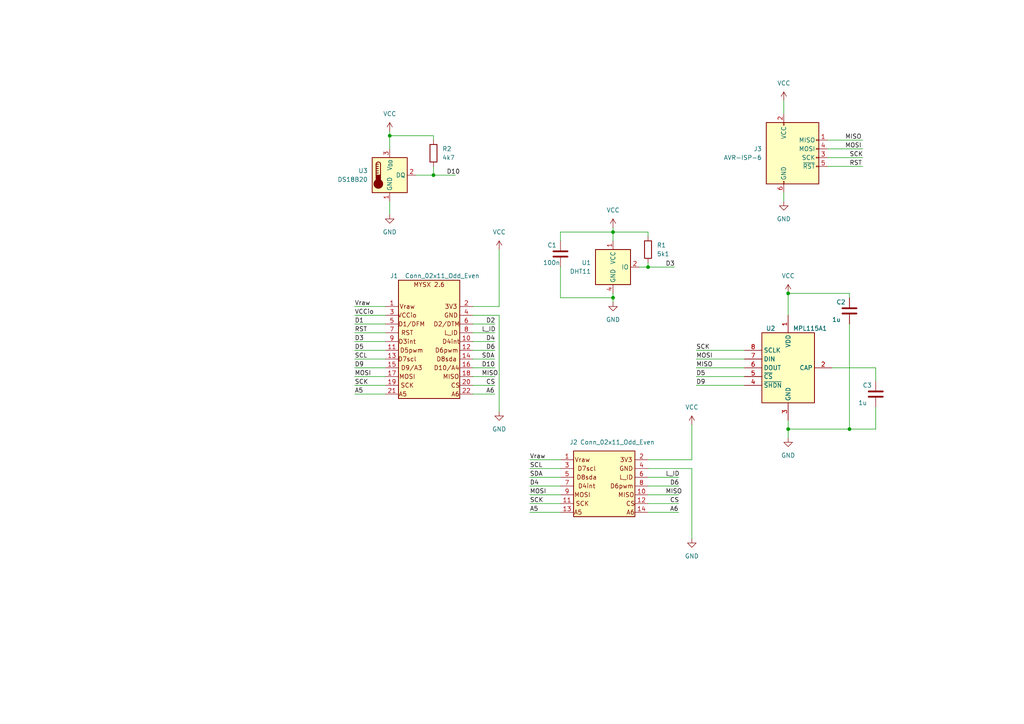
<source format=kicad_sch>
(kicad_sch (version 20230121) (generator eeschema)

  (uuid 7de858c6-6218-4a43-8a7f-f7da434be814)

  (paper "A4")

  (lib_symbols
    (symbol "Conn_02x11_Odd_Even_1" (pin_names (offset 1.016) hide) (in_bom yes) (on_board yes)
      (property "Reference" "J2" (at -1.27 17.78 0)
        (effects (font (size 1.27 1.27)))
      )
      (property "Value" "Conn_02x11_Odd_Even" (at 11.43 17.78 0)
        (effects (font (size 1.27 1.27)))
      )
      (property "Footprint" "Connector_PinSocket_2.54mm:PinSocket_2x11_P2.54mm_Vertical" (at 11.43 -6.35 0)
        (effects (font (size 1.27 1.27)) hide)
      )
      (property "Datasheet" "~" (at 0 0 0)
        (effects (font (size 1.27 1.27)) hide)
      )
      (property "ki_keywords" "connector" (at 0 0 0)
        (effects (font (size 1.27 1.27)) hide)
      )
      (property "ki_description" "Generic connector, double row, 02x11, odd/even pin numbering scheme (row 1 odd numbers, row 2 even numbers), script generated (kicad-library-utils/schlib/autogen/connector/)" (at 0 0 0)
        (effects (font (size 1.27 1.27)) hide)
      )
      (property "ki_fp_filters" "Connector*:*_2x??_*" (at 0 0 0)
        (effects (font (size 1.27 1.27)) hide)
      )
      (symbol "Conn_02x11_Odd_Even_1_1_1"
        (rectangle (start -1.27 15.24) (end 16.51 -3.81)
          (stroke (width 0.254) (type default))
          (fill (type background))
        )
        (text "3V3" (at 13.97 12.7 0)
          (effects (font (size 1.27 1.27)))
        )
        (text "A5" (at 0 -2.54 0)
          (effects (font (size 1.27 1.27)))
        )
        (text "A6" (at 15.24 -2.54 0)
          (effects (font (size 1.27 1.27)))
        )
        (text "CS" (at 15.24 0 0)
          (effects (font (size 1.27 1.27)))
        )
        (text "D4int" (at 2.54 5.08 0)
          (effects (font (size 1.27 1.27)))
        )
        (text "D6pwm" (at 12.7 5.08 0)
          (effects (font (size 1.27 1.27)))
        )
        (text "D7scl" (at 2.54 10.16 0)
          (effects (font (size 1.27 1.27)))
        )
        (text "D8sda" (at 2.54 7.62 0)
          (effects (font (size 1.27 1.27)))
        )
        (text "GND" (at 13.97 10.16 0)
          (effects (font (size 1.27 1.27)))
        )
        (text "L_ID" (at 13.97 7.62 0)
          (effects (font (size 1.27 1.27)))
        )
        (text "MISO" (at 13.97 2.54 0)
          (effects (font (size 1.27 1.27)))
        )
        (text "MOSI" (at 1.27 2.54 0)
          (effects (font (size 1.27 1.27)))
        )
        (text "SCK" (at 1.27 0 0)
          (effects (font (size 1.27 1.27)))
        )
        (text "Vraw" (at 1.27 12.7 0)
          (effects (font (size 1.27 1.27)))
        )
        (pin passive line (at -5.08 12.7 0) (length 3.81)
          (name "Pin_1" (effects (font (size 1.27 1.27))))
          (number "1" (effects (font (size 1.27 1.27))))
        )
        (pin passive line (at 20.32 2.54 180) (length 3.81)
          (name "Pin_10" (effects (font (size 1.27 1.27))))
          (number "10" (effects (font (size 1.27 1.27))))
        )
        (pin passive line (at -5.08 0 0) (length 3.81)
          (name "Pin_11" (effects (font (size 1.27 1.27))))
          (number "11" (effects (font (size 1.27 1.27))))
        )
        (pin passive line (at 20.32 0 180) (length 3.81)
          (name "Pin_12" (effects (font (size 1.27 1.27))))
          (number "12" (effects (font (size 1.27 1.27))))
        )
        (pin passive line (at -5.08 -2.54 0) (length 3.81)
          (name "Pin_13" (effects (font (size 1.27 1.27))))
          (number "13" (effects (font (size 1.27 1.27))))
        )
        (pin passive line (at 20.32 -2.54 180) (length 3.81)
          (name "Pin_14" (effects (font (size 1.27 1.27))))
          (number "14" (effects (font (size 1.27 1.27))))
        )
        (pin passive line (at 20.32 12.7 180) (length 3.81)
          (name "Pin_2" (effects (font (size 1.27 1.27))))
          (number "2" (effects (font (size 1.27 1.27))))
        )
        (pin passive line (at -5.08 10.16 0) (length 3.81)
          (name "Pin_3" (effects (font (size 1.27 1.27))))
          (number "3" (effects (font (size 1.27 1.27))))
        )
        (pin passive line (at 20.32 10.16 180) (length 3.81)
          (name "Pin_4" (effects (font (size 1.27 1.27))))
          (number "4" (effects (font (size 1.27 1.27))))
        )
        (pin passive line (at -5.08 7.62 0) (length 3.81)
          (name "Pin_5" (effects (font (size 1.27 1.27))))
          (number "5" (effects (font (size 1.27 1.27))))
        )
        (pin passive line (at 20.32 7.62 180) (length 3.81)
          (name "Pin_6" (effects (font (size 1.27 1.27))))
          (number "6" (effects (font (size 1.27 1.27))))
        )
        (pin passive line (at -5.08 5.08 0) (length 3.81)
          (name "Pin_7" (effects (font (size 1.27 1.27))))
          (number "7" (effects (font (size 1.27 1.27))))
        )
        (pin passive line (at 20.32 5.08 180) (length 3.81)
          (name "Pin_8" (effects (font (size 1.27 1.27))))
          (number "8" (effects (font (size 1.27 1.27))))
        )
        (pin passive line (at -5.08 2.54 0) (length 3.81)
          (name "Pin_9" (effects (font (size 1.27 1.27))))
          (number "9" (effects (font (size 1.27 1.27))))
        )
      )
    )
    (symbol "Connector:AVR-ISP-6" (pin_names (offset 1.016)) (in_bom yes) (on_board yes)
      (property "Reference" "J" (at -6.35 11.43 0)
        (effects (font (size 1.27 1.27)) (justify left))
      )
      (property "Value" "AVR-ISP-6" (at 0 11.43 0)
        (effects (font (size 1.27 1.27)) (justify left))
      )
      (property "Footprint" "" (at -6.35 1.27 90)
        (effects (font (size 1.27 1.27)) hide)
      )
      (property "Datasheet" " ~" (at -32.385 -13.97 0)
        (effects (font (size 1.27 1.27)) hide)
      )
      (property "ki_keywords" "AVR ISP Connector" (at 0 0 0)
        (effects (font (size 1.27 1.27)) hide)
      )
      (property "ki_description" "Atmel 6-pin ISP connector" (at 0 0 0)
        (effects (font (size 1.27 1.27)) hide)
      )
      (property "ki_fp_filters" "IDC?Header*2x03* Pin?Header*2x03*" (at 0 0 0)
        (effects (font (size 1.27 1.27)) hide)
      )
      (symbol "AVR-ISP-6_0_1"
        (rectangle (start -2.667 -6.858) (end -2.413 -7.62)
          (stroke (width 0) (type default))
          (fill (type none))
        )
        (rectangle (start -2.667 10.16) (end -2.413 9.398)
          (stroke (width 0) (type default))
          (fill (type none))
        )
        (rectangle (start 7.62 -2.413) (end 6.858 -2.667)
          (stroke (width 0) (type default))
          (fill (type none))
        )
        (rectangle (start 7.62 0.127) (end 6.858 -0.127)
          (stroke (width 0) (type default))
          (fill (type none))
        )
        (rectangle (start 7.62 2.667) (end 6.858 2.413)
          (stroke (width 0) (type default))
          (fill (type none))
        )
        (rectangle (start 7.62 5.207) (end 6.858 4.953)
          (stroke (width 0) (type default))
          (fill (type none))
        )
        (rectangle (start 7.62 10.16) (end -7.62 -7.62)
          (stroke (width 0.254) (type default))
          (fill (type background))
        )
      )
      (symbol "AVR-ISP-6_1_1"
        (pin passive line (at 10.16 5.08 180) (length 2.54)
          (name "MISO" (effects (font (size 1.27 1.27))))
          (number "1" (effects (font (size 1.27 1.27))))
        )
        (pin passive line (at -2.54 12.7 270) (length 2.54)
          (name "VCC" (effects (font (size 1.27 1.27))))
          (number "2" (effects (font (size 1.27 1.27))))
        )
        (pin passive line (at 10.16 0 180) (length 2.54)
          (name "SCK" (effects (font (size 1.27 1.27))))
          (number "3" (effects (font (size 1.27 1.27))))
        )
        (pin passive line (at 10.16 2.54 180) (length 2.54)
          (name "MOSI" (effects (font (size 1.27 1.27))))
          (number "4" (effects (font (size 1.27 1.27))))
        )
        (pin passive line (at 10.16 -2.54 180) (length 2.54)
          (name "~{RST}" (effects (font (size 1.27 1.27))))
          (number "5" (effects (font (size 1.27 1.27))))
        )
        (pin passive line (at -2.54 -10.16 90) (length 2.54)
          (name "GND" (effects (font (size 1.27 1.27))))
          (number "6" (effects (font (size 1.27 1.27))))
        )
      )
    )
    (symbol "Connector_Generic:Conn_02x11_Odd_Even" (pin_names (offset 1.016) hide) (in_bom yes) (on_board yes)
      (property "Reference" "J1" (at -2.54 21.59 0)
        (effects (font (size 1.27 1.27)))
      )
      (property "Value" "Conn_02x11_Odd_Even" (at 11.43 21.59 0)
        (effects (font (size 1.27 1.27)))
      )
      (property "Footprint" "Connector_PinSocket_2.54mm:PinSocket_2x11_P2.54mm_Vertical" (at 3.81 -15.24 0)
        (effects (font (size 1.27 1.27)) hide)
      )
      (property "Datasheet" "~" (at 0 0 0)
        (effects (font (size 1.27 1.27)) hide)
      )
      (property "ki_keywords" "connector" (at 0 0 0)
        (effects (font (size 1.27 1.27)) hide)
      )
      (property "ki_description" "Generic connector, double row, 02x11, odd/even pin numbering scheme (row 1 odd numbers, row 2 even numbers), script generated (kicad-library-utils/schlib/autogen/connector/)" (at 0 0 0)
        (effects (font (size 1.27 1.27)) hide)
      )
      (property "ki_fp_filters" "Connector*:*_2x??_*" (at 0 0 0)
        (effects (font (size 1.27 1.27)) hide)
      )
      (symbol "Conn_02x11_Odd_Even_1_1"
        (rectangle (start -1.27 20.32) (end 16.51 -13.97)
          (stroke (width 0.254) (type default))
          (fill (type background))
        )
        (text "3V3" (at 13.97 12.7 0)
          (effects (font (size 1.27 1.27)))
        )
        (text "A5" (at 0 -12.7 0)
          (effects (font (size 1.27 1.27)))
        )
        (text "A6" (at 15.24 -12.7 0)
          (effects (font (size 1.27 1.27)))
        )
        (text "CS" (at 15.24 -10.16 0)
          (effects (font (size 1.27 1.27)))
        )
        (text "D1/DFM" (at 2.54 7.62 0)
          (effects (font (size 1.27 1.27)))
        )
        (text "D10/A4" (at 12.7 -5.08 0)
          (effects (font (size 1.27 1.27)))
        )
        (text "D2/DTM" (at 12.7 7.62 0)
          (effects (font (size 1.27 1.27)))
        )
        (text "D3int" (at 1.27 2.54 0)
          (effects (font (size 1.27 1.27)))
        )
        (text "D4int" (at 13.97 2.54 0)
          (effects (font (size 1.27 1.27)))
        )
        (text "D5pwm" (at 2.54 0 0)
          (effects (font (size 1.27 1.27)))
        )
        (text "D6pwm" (at 12.7 0 0)
          (effects (font (size 1.27 1.27)))
        )
        (text "D7scl" (at 1.27 -2.54 0)
          (effects (font (size 1.27 1.27)))
        )
        (text "D8sda" (at 12.7 -2.54 0)
          (effects (font (size 1.27 1.27)))
        )
        (text "D9/A3" (at 2.54 -5.08 0)
          (effects (font (size 1.27 1.27)))
        )
        (text "GND" (at 13.97 10.16 0)
          (effects (font (size 1.27 1.27)))
        )
        (text "L_ID" (at 13.97 5.08 0)
          (effects (font (size 1.27 1.27)))
        )
        (text "MISO" (at 13.97 -7.62 0)
          (effects (font (size 1.27 1.27)))
        )
        (text "MOSI" (at 1.27 -7.62 0)
          (effects (font (size 1.27 1.27)))
        )
        (text "MYSX 2.6" (at 7.62 19.05 0)
          (effects (font (size 1.27 1.27)))
        )
        (text "RST" (at 1.27 5.08 0)
          (effects (font (size 1.27 1.27)))
        )
        (text "SCK" (at 1.27 -10.16 0)
          (effects (font (size 1.27 1.27)))
        )
        (text "VCCio" (at 1.27 10.16 0)
          (effects (font (size 1.27 1.27)))
        )
        (text "Vraw" (at 1.27 12.7 0)
          (effects (font (size 1.27 1.27)))
        )
        (pin passive line (at -5.08 12.7 0) (length 3.81)
          (name "Pin_1" (effects (font (size 1.27 1.27))))
          (number "1" (effects (font (size 1.27 1.27))))
        )
        (pin passive line (at 20.32 2.54 180) (length 3.81)
          (name "Pin_10" (effects (font (size 1.27 1.27))))
          (number "10" (effects (font (size 1.27 1.27))))
        )
        (pin passive line (at -5.08 0 0) (length 3.81)
          (name "Pin_11" (effects (font (size 1.27 1.27))))
          (number "11" (effects (font (size 1.27 1.27))))
        )
        (pin passive line (at 20.32 0 180) (length 3.81)
          (name "Pin_12" (effects (font (size 1.27 1.27))))
          (number "12" (effects (font (size 1.27 1.27))))
        )
        (pin passive line (at -5.08 -2.54 0) (length 3.81)
          (name "Pin_13" (effects (font (size 1.27 1.27))))
          (number "13" (effects (font (size 1.27 1.27))))
        )
        (pin passive line (at 20.32 -2.54 180) (length 3.81)
          (name "Pin_14" (effects (font (size 1.27 1.27))))
          (number "14" (effects (font (size 1.27 1.27))))
        )
        (pin passive line (at -5.08 -5.08 0) (length 3.81)
          (name "Pin_15" (effects (font (size 1.27 1.27))))
          (number "15" (effects (font (size 1.27 1.27))))
        )
        (pin passive line (at 20.32 -5.08 180) (length 3.81)
          (name "Pin_16" (effects (font (size 1.27 1.27))))
          (number "16" (effects (font (size 1.27 1.27))))
        )
        (pin passive line (at -5.08 -7.62 0) (length 3.81)
          (name "Pin_17" (effects (font (size 1.27 1.27))))
          (number "17" (effects (font (size 1.27 1.27))))
        )
        (pin passive line (at 20.32 -7.62 180) (length 3.81)
          (name "Pin_18" (effects (font (size 1.27 1.27))))
          (number "18" (effects (font (size 1.27 1.27))))
        )
        (pin passive line (at -5.08 -10.16 0) (length 3.81)
          (name "Pin_19" (effects (font (size 1.27 1.27))))
          (number "19" (effects (font (size 1.27 1.27))))
        )
        (pin passive line (at 20.32 12.7 180) (length 3.81)
          (name "Pin_2" (effects (font (size 1.27 1.27))))
          (number "2" (effects (font (size 1.27 1.27))))
        )
        (pin passive line (at 20.32 -10.16 180) (length 3.81)
          (name "Pin_20" (effects (font (size 1.27 1.27))))
          (number "20" (effects (font (size 1.27 1.27))))
        )
        (pin passive line (at -5.08 -12.7 0) (length 3.81)
          (name "Pin_21" (effects (font (size 1.27 1.27))))
          (number "21" (effects (font (size 1.27 1.27))))
        )
        (pin passive line (at 20.32 -12.7 180) (length 3.81)
          (name "Pin_22" (effects (font (size 1.27 1.27))))
          (number "22" (effects (font (size 1.27 1.27))))
        )
        (pin passive line (at -5.08 10.16 0) (length 3.81)
          (name "Pin_3" (effects (font (size 1.27 1.27))))
          (number "3" (effects (font (size 1.27 1.27))))
        )
        (pin passive line (at 20.32 10.16 180) (length 3.81)
          (name "Pin_4" (effects (font (size 1.27 1.27))))
          (number "4" (effects (font (size 1.27 1.27))))
        )
        (pin passive line (at -5.08 7.62 0) (length 3.81)
          (name "Pin_5" (effects (font (size 1.27 1.27))))
          (number "5" (effects (font (size 1.27 1.27))))
        )
        (pin passive line (at 20.32 7.62 180) (length 3.81)
          (name "Pin_6" (effects (font (size 1.27 1.27))))
          (number "6" (effects (font (size 1.27 1.27))))
        )
        (pin passive line (at -5.08 5.08 0) (length 3.81)
          (name "Pin_7" (effects (font (size 1.27 1.27))))
          (number "7" (effects (font (size 1.27 1.27))))
        )
        (pin passive line (at 20.32 5.08 180) (length 3.81)
          (name "Pin_8" (effects (font (size 1.27 1.27))))
          (number "8" (effects (font (size 1.27 1.27))))
        )
        (pin passive line (at -5.08 2.54 0) (length 3.81)
          (name "Pin_9" (effects (font (size 1.27 1.27))))
          (number "9" (effects (font (size 1.27 1.27))))
        )
      )
    )
    (symbol "Device:C" (pin_numbers hide) (pin_names (offset 0.254)) (in_bom yes) (on_board yes)
      (property "Reference" "C" (at 0.635 2.54 0)
        (effects (font (size 1.27 1.27)) (justify left))
      )
      (property "Value" "C" (at 0.635 -2.54 0)
        (effects (font (size 1.27 1.27)) (justify left))
      )
      (property "Footprint" "" (at 0.9652 -3.81 0)
        (effects (font (size 1.27 1.27)) hide)
      )
      (property "Datasheet" "~" (at 0 0 0)
        (effects (font (size 1.27 1.27)) hide)
      )
      (property "ki_keywords" "cap capacitor" (at 0 0 0)
        (effects (font (size 1.27 1.27)) hide)
      )
      (property "ki_description" "Unpolarized capacitor" (at 0 0 0)
        (effects (font (size 1.27 1.27)) hide)
      )
      (property "ki_fp_filters" "C_*" (at 0 0 0)
        (effects (font (size 1.27 1.27)) hide)
      )
      (symbol "C_0_1"
        (polyline
          (pts
            (xy -2.032 -0.762)
            (xy 2.032 -0.762)
          )
          (stroke (width 0.508) (type default))
          (fill (type none))
        )
        (polyline
          (pts
            (xy -2.032 0.762)
            (xy 2.032 0.762)
          )
          (stroke (width 0.508) (type default))
          (fill (type none))
        )
      )
      (symbol "C_1_1"
        (pin passive line (at 0 3.81 270) (length 2.794)
          (name "~" (effects (font (size 1.27 1.27))))
          (number "1" (effects (font (size 1.27 1.27))))
        )
        (pin passive line (at 0 -3.81 90) (length 2.794)
          (name "~" (effects (font (size 1.27 1.27))))
          (number "2" (effects (font (size 1.27 1.27))))
        )
      )
    )
    (symbol "Device:R" (pin_numbers hide) (pin_names (offset 0)) (in_bom yes) (on_board yes)
      (property "Reference" "R" (at 2.032 0 90)
        (effects (font (size 1.27 1.27)))
      )
      (property "Value" "R" (at 0 0 90)
        (effects (font (size 1.27 1.27)))
      )
      (property "Footprint" "" (at -1.778 0 90)
        (effects (font (size 1.27 1.27)) hide)
      )
      (property "Datasheet" "~" (at 0 0 0)
        (effects (font (size 1.27 1.27)) hide)
      )
      (property "ki_keywords" "R res resistor" (at 0 0 0)
        (effects (font (size 1.27 1.27)) hide)
      )
      (property "ki_description" "Resistor" (at 0 0 0)
        (effects (font (size 1.27 1.27)) hide)
      )
      (property "ki_fp_filters" "R_*" (at 0 0 0)
        (effects (font (size 1.27 1.27)) hide)
      )
      (symbol "R_0_1"
        (rectangle (start -1.016 -2.54) (end 1.016 2.54)
          (stroke (width 0.254) (type default))
          (fill (type none))
        )
      )
      (symbol "R_1_1"
        (pin passive line (at 0 3.81 270) (length 1.27)
          (name "~" (effects (font (size 1.27 1.27))))
          (number "1" (effects (font (size 1.27 1.27))))
        )
        (pin passive line (at 0 -3.81 90) (length 1.27)
          (name "~" (effects (font (size 1.27 1.27))))
          (number "2" (effects (font (size 1.27 1.27))))
        )
      )
    )
    (symbol "Sensor:DHT11" (in_bom yes) (on_board yes)
      (property "Reference" "U" (at -3.81 6.35 0)
        (effects (font (size 1.27 1.27)))
      )
      (property "Value" "DHT11" (at 3.81 6.35 0)
        (effects (font (size 1.27 1.27)))
      )
      (property "Footprint" "Sensor:Aosong_DHT11_5.5x12.0_P2.54mm" (at 0 -10.16 0)
        (effects (font (size 1.27 1.27)) hide)
      )
      (property "Datasheet" "http://akizukidenshi.com/download/ds/aosong/DHT11.pdf" (at 3.81 6.35 0)
        (effects (font (size 1.27 1.27)) hide)
      )
      (property "ki_keywords" "Digital temperature humidity sensor" (at 0 0 0)
        (effects (font (size 1.27 1.27)) hide)
      )
      (property "ki_description" "Temperature and humidity module" (at 0 0 0)
        (effects (font (size 1.27 1.27)) hide)
      )
      (property "ki_fp_filters" "Aosong*DHT11*5.5x12.0*P2.54mm*" (at 0 0 0)
        (effects (font (size 1.27 1.27)) hide)
      )
      (symbol "DHT11_0_1"
        (rectangle (start -5.08 5.08) (end 5.08 -5.08)
          (stroke (width 0.254) (type default))
          (fill (type background))
        )
      )
      (symbol "DHT11_1_1"
        (pin power_in line (at 0 7.62 270) (length 2.54)
          (name "VCC" (effects (font (size 1.27 1.27))))
          (number "1" (effects (font (size 1.27 1.27))))
        )
        (pin bidirectional line (at 7.62 0 180) (length 2.54)
          (name "IO" (effects (font (size 1.27 1.27))))
          (number "2" (effects (font (size 1.27 1.27))))
        )
        (pin no_connect line (at -5.08 0 0) (length 2.54) hide
          (name "NC" (effects (font (size 1.27 1.27))))
          (number "3" (effects (font (size 1.27 1.27))))
        )
        (pin power_in line (at 0 -7.62 90) (length 2.54)
          (name "GND" (effects (font (size 1.27 1.27))))
          (number "4" (effects (font (size 1.27 1.27))))
        )
      )
    )
    (symbol "Sensor_Pressure:MPL115A1" (in_bom yes) (on_board yes)
      (property "Reference" "U" (at -6.35 11.43 0)
        (effects (font (size 1.27 1.27)))
      )
      (property "Value" "MPL115A1" (at 7.62 11.43 0)
        (effects (font (size 1.27 1.27)))
      )
      (property "Footprint" "Package_LGA:NXP_LGA-8_3x5mm_P1.25mm_H1.2mm" (at 25.4 -11.43 0)
        (effects (font (size 1.27 1.27)) hide)
      )
      (property "Datasheet" "https://www.nxp.com/docs/en/data-sheet/MPL115A1.pdf" (at 0 0 0)
        (effects (font (size 1.27 1.27)) hide)
      )
      (property "ki_keywords" "spi barometer thermometer mems" (at 0 0 0)
        (effects (font (size 1.27 1.27)) hide)
      )
      (property "ki_description" "SPI Digital Barometer" (at 0 0 0)
        (effects (font (size 1.27 1.27)) hide)
      )
      (property "ki_fp_filters" "NXP*LGA*3x5mm*P1.25mm*H1.2mm*" (at 0 0 0)
        (effects (font (size 1.27 1.27)) hide)
      )
      (symbol "MPL115A1_0_1"
        (rectangle (start 7.62 10.16) (end -7.62 -10.16)
          (stroke (width 0.254) (type default))
          (fill (type background))
        )
      )
      (symbol "MPL115A1_1_1"
        (pin power_in line (at 0 15.24 270) (length 5.08)
          (name "VDD" (effects (font (size 1.27 1.27))))
          (number "1" (effects (font (size 1.27 1.27))))
        )
        (pin passive line (at 12.7 0 180) (length 5.08)
          (name "CAP" (effects (font (size 1.27 1.27))))
          (number "2" (effects (font (size 1.27 1.27))))
        )
        (pin power_in line (at 0 -15.24 90) (length 5.08)
          (name "GND" (effects (font (size 1.27 1.27))))
          (number "3" (effects (font (size 1.27 1.27))))
        )
        (pin input line (at -12.7 -5.08 0) (length 5.08)
          (name "~{SHDN}" (effects (font (size 1.27 1.27))))
          (number "4" (effects (font (size 1.27 1.27))))
        )
        (pin input line (at -12.7 -2.54 0) (length 5.08)
          (name "~{CS}" (effects (font (size 1.27 1.27))))
          (number "5" (effects (font (size 1.27 1.27))))
        )
        (pin output line (at -12.7 0 0) (length 5.08)
          (name "DOUT" (effects (font (size 1.27 1.27))))
          (number "6" (effects (font (size 1.27 1.27))))
        )
        (pin input line (at -12.7 2.54 0) (length 5.08)
          (name "DIN" (effects (font (size 1.27 1.27))))
          (number "7" (effects (font (size 1.27 1.27))))
        )
        (pin input line (at -12.7 5.08 0) (length 5.08)
          (name "SCLK" (effects (font (size 1.27 1.27))))
          (number "8" (effects (font (size 1.27 1.27))))
        )
      )
    )
    (symbol "Sensor_Temperature:DS18B20" (in_bom yes) (on_board yes)
      (property "Reference" "U" (at -3.81 6.35 0)
        (effects (font (size 1.27 1.27)))
      )
      (property "Value" "DS18B20" (at 6.35 6.35 0)
        (effects (font (size 1.27 1.27)))
      )
      (property "Footprint" "Package_TO_SOT_THT:TO-92_Inline" (at -25.4 -6.35 0)
        (effects (font (size 1.27 1.27)) hide)
      )
      (property "Datasheet" "http://datasheets.maximintegrated.com/en/ds/DS18B20.pdf" (at -3.81 6.35 0)
        (effects (font (size 1.27 1.27)) hide)
      )
      (property "ki_keywords" "OneWire 1Wire Dallas Maxim" (at 0 0 0)
        (effects (font (size 1.27 1.27)) hide)
      )
      (property "ki_description" "Programmable Resolution 1-Wire Digital Thermometer TO-92" (at 0 0 0)
        (effects (font (size 1.27 1.27)) hide)
      )
      (property "ki_fp_filters" "TO*92*" (at 0 0 0)
        (effects (font (size 1.27 1.27)) hide)
      )
      (symbol "DS18B20_0_1"
        (rectangle (start -5.08 5.08) (end 5.08 -5.08)
          (stroke (width 0.254) (type default))
          (fill (type background))
        )
        (circle (center -3.302 -2.54) (radius 1.27)
          (stroke (width 0.254) (type default))
          (fill (type outline))
        )
        (rectangle (start -2.667 -1.905) (end -3.937 0)
          (stroke (width 0.254) (type default))
          (fill (type outline))
        )
        (arc (start -2.667 3.175) (mid -3.302 3.8073) (end -3.937 3.175)
          (stroke (width 0.254) (type default))
          (fill (type none))
        )
        (polyline
          (pts
            (xy -3.937 0.635)
            (xy -3.302 0.635)
          )
          (stroke (width 0.254) (type default))
          (fill (type none))
        )
        (polyline
          (pts
            (xy -3.937 1.27)
            (xy -3.302 1.27)
          )
          (stroke (width 0.254) (type default))
          (fill (type none))
        )
        (polyline
          (pts
            (xy -3.937 1.905)
            (xy -3.302 1.905)
          )
          (stroke (width 0.254) (type default))
          (fill (type none))
        )
        (polyline
          (pts
            (xy -3.937 2.54)
            (xy -3.302 2.54)
          )
          (stroke (width 0.254) (type default))
          (fill (type none))
        )
        (polyline
          (pts
            (xy -3.937 3.175)
            (xy -3.937 0)
          )
          (stroke (width 0.254) (type default))
          (fill (type none))
        )
        (polyline
          (pts
            (xy -3.937 3.175)
            (xy -3.302 3.175)
          )
          (stroke (width 0.254) (type default))
          (fill (type none))
        )
        (polyline
          (pts
            (xy -2.667 3.175)
            (xy -2.667 0)
          )
          (stroke (width 0.254) (type default))
          (fill (type none))
        )
      )
      (symbol "DS18B20_1_1"
        (pin power_in line (at 0 -7.62 90) (length 2.54)
          (name "GND" (effects (font (size 1.27 1.27))))
          (number "1" (effects (font (size 1.27 1.27))))
        )
        (pin bidirectional line (at 7.62 0 180) (length 2.54)
          (name "DQ" (effects (font (size 1.27 1.27))))
          (number "2" (effects (font (size 1.27 1.27))))
        )
        (pin power_in line (at 0 7.62 270) (length 2.54)
          (name "V_{DD}" (effects (font (size 1.27 1.27))))
          (number "3" (effects (font (size 1.27 1.27))))
        )
      )
    )
    (symbol "power:GND" (power) (pin_names (offset 0)) (in_bom yes) (on_board yes)
      (property "Reference" "#PWR" (at 0 -6.35 0)
        (effects (font (size 1.27 1.27)) hide)
      )
      (property "Value" "GND" (at 0 -3.81 0)
        (effects (font (size 1.27 1.27)))
      )
      (property "Footprint" "" (at 0 0 0)
        (effects (font (size 1.27 1.27)) hide)
      )
      (property "Datasheet" "" (at 0 0 0)
        (effects (font (size 1.27 1.27)) hide)
      )
      (property "ki_keywords" "global power" (at 0 0 0)
        (effects (font (size 1.27 1.27)) hide)
      )
      (property "ki_description" "Power symbol creates a global label with name \"GND\" , ground" (at 0 0 0)
        (effects (font (size 1.27 1.27)) hide)
      )
      (symbol "GND_0_1"
        (polyline
          (pts
            (xy 0 0)
            (xy 0 -1.27)
            (xy 1.27 -1.27)
            (xy 0 -2.54)
            (xy -1.27 -1.27)
            (xy 0 -1.27)
          )
          (stroke (width 0) (type default))
          (fill (type none))
        )
      )
      (symbol "GND_1_1"
        (pin power_in line (at 0 0 270) (length 0) hide
          (name "GND" (effects (font (size 1.27 1.27))))
          (number "1" (effects (font (size 1.27 1.27))))
        )
      )
    )
    (symbol "power:VCC" (power) (pin_names (offset 0)) (in_bom yes) (on_board yes)
      (property "Reference" "#PWR" (at 0 -3.81 0)
        (effects (font (size 1.27 1.27)) hide)
      )
      (property "Value" "VCC" (at 0 3.81 0)
        (effects (font (size 1.27 1.27)))
      )
      (property "Footprint" "" (at 0 0 0)
        (effects (font (size 1.27 1.27)) hide)
      )
      (property "Datasheet" "" (at 0 0 0)
        (effects (font (size 1.27 1.27)) hide)
      )
      (property "ki_keywords" "global power" (at 0 0 0)
        (effects (font (size 1.27 1.27)) hide)
      )
      (property "ki_description" "Power symbol creates a global label with name \"VCC\"" (at 0 0 0)
        (effects (font (size 1.27 1.27)) hide)
      )
      (symbol "VCC_0_1"
        (polyline
          (pts
            (xy -0.762 1.27)
            (xy 0 2.54)
          )
          (stroke (width 0) (type default))
          (fill (type none))
        )
        (polyline
          (pts
            (xy 0 0)
            (xy 0 2.54)
          )
          (stroke (width 0) (type default))
          (fill (type none))
        )
        (polyline
          (pts
            (xy 0 2.54)
            (xy 0.762 1.27)
          )
          (stroke (width 0) (type default))
          (fill (type none))
        )
      )
      (symbol "VCC_1_1"
        (pin power_in line (at 0 0 90) (length 0) hide
          (name "VCC" (effects (font (size 1.27 1.27))))
          (number "1" (effects (font (size 1.27 1.27))))
        )
      )
    )
  )

  (junction (at 228.6 124.46) (diameter 0) (color 0 0 0 0)
    (uuid 51131db2-503b-429c-b792-7ecca615c1c7)
  )
  (junction (at 228.6 85.09) (diameter 0) (color 0 0 0 0)
    (uuid 6fb4124e-aa9e-4f30-a85a-2a747aaec183)
  )
  (junction (at 125.73 50.8) (diameter 0) (color 0 0 0 0)
    (uuid 7a51e588-00e4-447f-94b5-20445fb95bbf)
  )
  (junction (at 177.8 86.36) (diameter 0) (color 0 0 0 0)
    (uuid 7fda08d7-cc50-49ed-ae67-d276a3a57481)
  )
  (junction (at 187.96 77.47) (diameter 0) (color 0 0 0 0)
    (uuid b4f8cd04-6111-490f-875f-81ae7b3e699b)
  )
  (junction (at 177.8 67.31) (diameter 0) (color 0 0 0 0)
    (uuid ca27fe08-fefa-4145-81d7-cd93bec6e452)
  )
  (junction (at 246.38 124.46) (diameter 0) (color 0 0 0 0)
    (uuid cdef45e9-3ea4-4d6b-adf9-b767770e7451)
  )
  (junction (at 113.03 39.37) (diameter 0) (color 0 0 0 0)
    (uuid d1b7f4e9-2d2b-4c1b-a136-5271fb1d5af7)
  )

  (wire (pts (xy 254 110.49) (xy 254 106.68))
    (stroke (width 0) (type default))
    (uuid 074d512f-422a-42da-ac27-38395e775c89)
  )
  (wire (pts (xy 254 124.46) (xy 246.38 124.46))
    (stroke (width 0) (type default))
    (uuid 097e3d3c-2903-4005-ac7e-4c56a8cf248f)
  )
  (wire (pts (xy 153.67 133.35) (xy 162.56 133.35))
    (stroke (width 0) (type default))
    (uuid 0aef69e4-7053-460b-986d-780106787087)
  )
  (wire (pts (xy 137.16 88.9) (xy 144.78 88.9))
    (stroke (width 0) (type default))
    (uuid 0b1618e7-c3a4-45cc-86cc-7eb4ef9e6b73)
  )
  (wire (pts (xy 187.96 67.31) (xy 177.8 67.31))
    (stroke (width 0) (type default))
    (uuid 0cc96658-f15e-40ff-9515-593df2b51963)
  )
  (wire (pts (xy 201.93 109.22) (xy 215.9 109.22))
    (stroke (width 0) (type default))
    (uuid 0f60b953-3559-4dce-9bb1-7d15d91b9dcd)
  )
  (wire (pts (xy 102.87 88.9) (xy 111.76 88.9))
    (stroke (width 0) (type default))
    (uuid 10746c55-6ea2-4168-af44-e440bf6c22cb)
  )
  (wire (pts (xy 102.87 91.44) (xy 111.76 91.44))
    (stroke (width 0) (type default))
    (uuid 140f3f27-3b9d-46df-9826-65de0039734b)
  )
  (wire (pts (xy 125.73 39.37) (xy 113.03 39.37))
    (stroke (width 0) (type default))
    (uuid 1a7d7d5d-ea1a-414a-a963-f82382963fed)
  )
  (wire (pts (xy 162.56 69.85) (xy 162.56 67.31))
    (stroke (width 0) (type default))
    (uuid 1bb78390-b6fc-4319-9860-ee96c8fefe3d)
  )
  (wire (pts (xy 137.16 91.44) (xy 144.78 91.44))
    (stroke (width 0) (type default))
    (uuid 1eb19af7-7078-4400-b128-3bb2a90fcdad)
  )
  (wire (pts (xy 246.38 93.98) (xy 246.38 124.46))
    (stroke (width 0) (type default))
    (uuid 21b87aa5-38e1-4e31-9c47-a3035636ef91)
  )
  (wire (pts (xy 137.16 101.6) (xy 143.51 101.6))
    (stroke (width 0) (type default))
    (uuid 24212c07-f1ef-482c-acab-c9703661c5ed)
  )
  (wire (pts (xy 137.16 104.14) (xy 143.51 104.14))
    (stroke (width 0) (type default))
    (uuid 27039863-e2a4-4500-a068-a59f07f279c1)
  )
  (wire (pts (xy 254 118.11) (xy 254 124.46))
    (stroke (width 0) (type default))
    (uuid 2ac5e20a-5c86-49e9-a532-d5146b7399b3)
  )
  (wire (pts (xy 177.8 86.36) (xy 177.8 87.63))
    (stroke (width 0) (type default))
    (uuid 34ad2bf2-93d2-4083-a4ce-524b58a8acc6)
  )
  (wire (pts (xy 153.67 135.89) (xy 162.56 135.89))
    (stroke (width 0) (type default))
    (uuid 37ad34ae-c7b6-4c0a-ae0f-21dab2387a20)
  )
  (wire (pts (xy 137.16 99.06) (xy 143.51 99.06))
    (stroke (width 0) (type default))
    (uuid 3e6c052e-5277-42ee-813e-1ffc70b33245)
  )
  (wire (pts (xy 153.67 140.97) (xy 162.56 140.97))
    (stroke (width 0) (type default))
    (uuid 3e73ffee-3b7c-4bd4-afdd-7f8612f1b006)
  )
  (wire (pts (xy 177.8 66.04) (xy 177.8 67.31))
    (stroke (width 0) (type default))
    (uuid 43201da5-8c48-4d61-9414-b19123a0443c)
  )
  (wire (pts (xy 102.87 101.6) (xy 111.76 101.6))
    (stroke (width 0) (type default))
    (uuid 45b152bf-7f10-4d9a-a3cb-7cb64a49bb76)
  )
  (wire (pts (xy 228.6 85.09) (xy 228.6 91.44))
    (stroke (width 0) (type default))
    (uuid 4acbeded-aeab-4c14-b9de-c036e61351bd)
  )
  (wire (pts (xy 120.65 50.8) (xy 125.73 50.8))
    (stroke (width 0) (type default))
    (uuid 4c3f0727-2369-4ffa-9d09-c256fe0aa9b8)
  )
  (wire (pts (xy 125.73 40.64) (xy 125.73 39.37))
    (stroke (width 0) (type default))
    (uuid 500398bb-9abd-436d-a036-b299a767faf7)
  )
  (wire (pts (xy 153.67 146.05) (xy 162.56 146.05))
    (stroke (width 0) (type default))
    (uuid 57653206-7539-452a-bfcb-979aabab553e)
  )
  (wire (pts (xy 240.03 45.72) (xy 250.19 45.72))
    (stroke (width 0) (type default))
    (uuid 58f79008-531c-4147-a8d9-5faa1a4817a1)
  )
  (wire (pts (xy 137.16 114.3) (xy 143.51 114.3))
    (stroke (width 0) (type default))
    (uuid 5b0ec609-e808-4c29-aa30-c4ba45ad8176)
  )
  (wire (pts (xy 187.96 140.97) (xy 196.85 140.97))
    (stroke (width 0) (type default))
    (uuid 5b11fbb1-f636-428b-8738-d4bd99b6a1cb)
  )
  (wire (pts (xy 153.67 143.51) (xy 162.56 143.51))
    (stroke (width 0) (type default))
    (uuid 5b667fd1-8c2e-4d41-87ab-909951fa3451)
  )
  (wire (pts (xy 125.73 50.8) (xy 132.08 50.8))
    (stroke (width 0) (type default))
    (uuid 5c33370e-34ff-46db-810d-7812278e634b)
  )
  (wire (pts (xy 144.78 91.44) (xy 144.78 119.38))
    (stroke (width 0) (type default))
    (uuid 5db138fd-ff61-44c3-bebc-998b2f859765)
  )
  (wire (pts (xy 201.93 104.14) (xy 215.9 104.14))
    (stroke (width 0) (type default))
    (uuid 60e3d6a2-f52b-4579-b370-22857f34a8ba)
  )
  (wire (pts (xy 187.96 143.51) (xy 196.85 143.51))
    (stroke (width 0) (type default))
    (uuid 63eb9a80-18af-4d7c-a23e-90e7a76453f6)
  )
  (wire (pts (xy 241.3 106.68) (xy 254 106.68))
    (stroke (width 0) (type default))
    (uuid 64c490fc-217e-4d5c-87f5-4edd0af35720)
  )
  (wire (pts (xy 240.03 48.26) (xy 250.19 48.26))
    (stroke (width 0) (type default))
    (uuid 64d074fe-cbdd-49f9-b036-d360c625a291)
  )
  (wire (pts (xy 137.16 93.98) (xy 143.51 93.98))
    (stroke (width 0) (type default))
    (uuid 65ea2450-3f16-4090-97cc-35b920ca8f08)
  )
  (wire (pts (xy 187.96 68.58) (xy 187.96 67.31))
    (stroke (width 0) (type default))
    (uuid 6b6738a4-a2f9-4ad2-8125-0e1fe3f18208)
  )
  (wire (pts (xy 200.66 133.35) (xy 200.66 123.19))
    (stroke (width 0) (type default))
    (uuid 6b76ef06-2b4c-4ca1-8bae-5b60610a86fb)
  )
  (wire (pts (xy 187.96 133.35) (xy 200.66 133.35))
    (stroke (width 0) (type default))
    (uuid 73c3caa7-ed3c-480d-9298-b86db8c828aa)
  )
  (wire (pts (xy 187.96 76.2) (xy 187.96 77.47))
    (stroke (width 0) (type default))
    (uuid 769151d2-87b1-4b30-9b6e-e0bccfc8744c)
  )
  (wire (pts (xy 177.8 67.31) (xy 177.8 69.85))
    (stroke (width 0) (type default))
    (uuid 7fe3ea82-a9a8-43a2-a288-a2c6e273fcaa)
  )
  (wire (pts (xy 200.66 135.89) (xy 200.66 156.21))
    (stroke (width 0) (type default))
    (uuid 81e851e4-4898-4555-a8cc-8804a920d763)
  )
  (wire (pts (xy 185.42 77.47) (xy 187.96 77.47))
    (stroke (width 0) (type default))
    (uuid 85ccf894-a55d-4755-b5da-2ec33b1cbb96)
  )
  (wire (pts (xy 246.38 124.46) (xy 228.6 124.46))
    (stroke (width 0) (type default))
    (uuid 889354a5-0c26-4de7-b8ee-a4cb479454dd)
  )
  (wire (pts (xy 102.87 99.06) (xy 111.76 99.06))
    (stroke (width 0) (type default))
    (uuid 88ba347d-fd01-4f06-b5b8-2187e06db277)
  )
  (wire (pts (xy 187.96 138.43) (xy 196.85 138.43))
    (stroke (width 0) (type default))
    (uuid 8ad0d515-a3be-4386-bd4b-05702000ad34)
  )
  (wire (pts (xy 113.03 39.37) (xy 113.03 43.18))
    (stroke (width 0) (type default))
    (uuid 8af277dd-55bc-4ec4-8d68-e065a2836de4)
  )
  (wire (pts (xy 137.16 111.76) (xy 143.51 111.76))
    (stroke (width 0) (type default))
    (uuid 8b188854-763c-4e24-90f8-691acf7e9ec8)
  )
  (wire (pts (xy 162.56 77.47) (xy 162.56 86.36))
    (stroke (width 0) (type default))
    (uuid 8bdb0255-a567-4fbe-9f97-e46adb50d402)
  )
  (wire (pts (xy 137.16 109.22) (xy 143.51 109.22))
    (stroke (width 0) (type default))
    (uuid 8d685e99-15a3-4563-9140-75b56452c032)
  )
  (wire (pts (xy 102.87 104.14) (xy 111.76 104.14))
    (stroke (width 0) (type default))
    (uuid 92fa0e9c-afe2-4c1b-98e6-465987d5433d)
  )
  (wire (pts (xy 240.03 40.64) (xy 250.19 40.64))
    (stroke (width 0) (type default))
    (uuid 933822d9-b105-49a9-ba58-82cad027e655)
  )
  (wire (pts (xy 228.6 121.92) (xy 228.6 124.46))
    (stroke (width 0) (type default))
    (uuid 94d2c7a7-0532-4e16-abf0-9b4a7f63807c)
  )
  (wire (pts (xy 246.38 86.36) (xy 246.38 85.09))
    (stroke (width 0) (type default))
    (uuid 9ba105e0-92f6-4d41-a8ab-43f425c1e497)
  )
  (wire (pts (xy 187.96 77.47) (xy 195.58 77.47))
    (stroke (width 0) (type default))
    (uuid 9cd220a7-796f-41c9-82ff-1ae0ba8e5551)
  )
  (wire (pts (xy 102.87 93.98) (xy 111.76 93.98))
    (stroke (width 0) (type default))
    (uuid a23d6765-e3eb-45f5-8367-f697c8ad3818)
  )
  (wire (pts (xy 102.87 114.3) (xy 111.76 114.3))
    (stroke (width 0) (type default))
    (uuid a30d7908-ab3a-4ea6-886c-086e09465ff1)
  )
  (wire (pts (xy 246.38 85.09) (xy 228.6 85.09))
    (stroke (width 0) (type default))
    (uuid a5569701-f1cc-46d2-8588-8d61578ec8cc)
  )
  (wire (pts (xy 240.03 43.18) (xy 250.19 43.18))
    (stroke (width 0) (type default))
    (uuid aad41b0c-312a-4c08-ae20-5cbd16146361)
  )
  (wire (pts (xy 153.67 138.43) (xy 162.56 138.43))
    (stroke (width 0) (type default))
    (uuid b1b87569-ce6a-49c6-8a8b-270f29f97fc7)
  )
  (wire (pts (xy 177.8 85.09) (xy 177.8 86.36))
    (stroke (width 0) (type default))
    (uuid b3f1bb88-8716-4fe9-9cec-083d47e4dd6b)
  )
  (wire (pts (xy 125.73 48.26) (xy 125.73 50.8))
    (stroke (width 0) (type default))
    (uuid b4c256ea-701c-4664-ab16-9fb3019659c1)
  )
  (wire (pts (xy 113.03 58.42) (xy 113.03 62.23))
    (stroke (width 0) (type default))
    (uuid bac3fb21-c34e-48af-9bca-aa5563446fde)
  )
  (wire (pts (xy 102.87 106.68) (xy 111.76 106.68))
    (stroke (width 0) (type default))
    (uuid bd2954a5-d248-4922-945a-8b86bc96e89b)
  )
  (wire (pts (xy 187.96 148.59) (xy 196.85 148.59))
    (stroke (width 0) (type default))
    (uuid c1859e9a-cc77-40da-9abf-77aec259e96b)
  )
  (wire (pts (xy 144.78 88.9) (xy 144.78 72.39))
    (stroke (width 0) (type default))
    (uuid c7498143-fa7e-4718-a44c-69754a9d44a5)
  )
  (wire (pts (xy 102.87 111.76) (xy 111.76 111.76))
    (stroke (width 0) (type default))
    (uuid c843cad2-59a5-43ec-adca-27f4c7fc8438)
  )
  (wire (pts (xy 228.6 124.46) (xy 228.6 127))
    (stroke (width 0) (type default))
    (uuid ce648d5a-67a0-41e1-820c-03c1f288a33f)
  )
  (wire (pts (xy 187.96 135.89) (xy 200.66 135.89))
    (stroke (width 0) (type default))
    (uuid d4bbc1e8-a5fe-4b26-96ea-96a910ab9869)
  )
  (wire (pts (xy 137.16 96.52) (xy 143.51 96.52))
    (stroke (width 0) (type default))
    (uuid e0c43816-4291-424b-846e-02ab7ed9e55d)
  )
  (wire (pts (xy 153.67 148.59) (xy 162.56 148.59))
    (stroke (width 0) (type default))
    (uuid e12ea22e-17cb-4695-968a-e0d5b775e641)
  )
  (wire (pts (xy 187.96 146.05) (xy 196.85 146.05))
    (stroke (width 0) (type default))
    (uuid e72b4f99-81a5-43e5-b3c3-28cb73c7f41f)
  )
  (wire (pts (xy 162.56 86.36) (xy 177.8 86.36))
    (stroke (width 0) (type default))
    (uuid e7b0c591-a576-4e88-9eed-714db63eff4f)
  )
  (wire (pts (xy 113.03 38.1) (xy 113.03 39.37))
    (stroke (width 0) (type default))
    (uuid ea112a22-8507-42b9-9120-d1c9ab3e3eee)
  )
  (wire (pts (xy 102.87 96.52) (xy 111.76 96.52))
    (stroke (width 0) (type default))
    (uuid ea194ea7-2e15-4015-b843-2b64ff5ff740)
  )
  (wire (pts (xy 201.93 106.68) (xy 215.9 106.68))
    (stroke (width 0) (type default))
    (uuid ed13851d-07b7-445f-833c-99b0cea034e7)
  )
  (wire (pts (xy 162.56 67.31) (xy 177.8 67.31))
    (stroke (width 0) (type default))
    (uuid ed81f5eb-4a11-4b73-a37e-b783ff23b1a2)
  )
  (wire (pts (xy 102.87 109.22) (xy 111.76 109.22))
    (stroke (width 0) (type default))
    (uuid ee9ee530-ba3f-4ac2-a9cd-1c4d9b60d906)
  )
  (wire (pts (xy 227.33 29.21) (xy 227.33 33.02))
    (stroke (width 0) (type default))
    (uuid f17b927a-5d4f-4d5d-b98f-9704704abd69)
  )
  (wire (pts (xy 201.93 111.76) (xy 215.9 111.76))
    (stroke (width 0) (type default))
    (uuid f5c4e110-f833-43df-adcb-2c4cde799a80)
  )
  (wire (pts (xy 201.93 101.6) (xy 215.9 101.6))
    (stroke (width 0) (type default))
    (uuid f8199c5c-5a50-499c-90b8-63ae2c4c4870)
  )
  (wire (pts (xy 227.33 55.88) (xy 227.33 58.42))
    (stroke (width 0) (type default))
    (uuid fc29e76e-ddd0-4ca3-9020-aee056efa3dd)
  )
  (wire (pts (xy 137.16 106.68) (xy 143.51 106.68))
    (stroke (width 0) (type default))
    (uuid fd0de9e3-06f2-4a82-bef0-92d7a0432513)
  )

  (label "D2" (at 140.97 93.98 0) (fields_autoplaced)
    (effects (font (size 1.27 1.27)) (justify left bottom))
    (uuid 03f537c3-f192-44a3-be8d-c31d46a0ce90)
  )
  (label "SCK" (at 102.87 111.76 0) (fields_autoplaced)
    (effects (font (size 1.27 1.27)) (justify left bottom))
    (uuid 07dd8206-6adf-4c1f-a323-62c5df118a54)
  )
  (label "SCK" (at 201.93 101.6 0) (fields_autoplaced)
    (effects (font (size 1.27 1.27)) (justify left bottom))
    (uuid 10af8c4c-1017-4518-9cbb-7b774092bda9)
  )
  (label "D4" (at 140.97 99.06 0) (fields_autoplaced)
    (effects (font (size 1.27 1.27)) (justify left bottom))
    (uuid 179d92d8-e5f4-4855-a667-e45515d4379a)
  )
  (label "A5" (at 102.87 114.3 0) (fields_autoplaced)
    (effects (font (size 1.27 1.27)) (justify left bottom))
    (uuid 1d462a30-38fb-4387-9ed6-1958efe7a7c5)
  )
  (label "MOSI" (at 102.87 109.22 0) (fields_autoplaced)
    (effects (font (size 1.27 1.27)) (justify left bottom))
    (uuid 1e42e8d6-5655-4d4e-bd71-03a8073a69c2)
  )
  (label "D3" (at 193.04 77.47 0) (fields_autoplaced)
    (effects (font (size 1.27 1.27)) (justify left bottom))
    (uuid 2fb012bc-f0dd-4ec8-afd1-f9c0ba0e5407)
  )
  (label "VCCio" (at 102.87 91.44 0) (fields_autoplaced)
    (effects (font (size 1.27 1.27)) (justify left bottom))
    (uuid 3f38e2e3-2252-43e1-93b1-672c55e99f21)
  )
  (label "D3" (at 102.87 99.06 0) (fields_autoplaced)
    (effects (font (size 1.27 1.27)) (justify left bottom))
    (uuid 40e929e0-785c-4f8e-8963-c2b361126bb1)
  )
  (label "L_ID" (at 193.04 138.43 0) (fields_autoplaced)
    (effects (font (size 1.27 1.27)) (justify left bottom))
    (uuid 4629c66c-efcf-4fed-912a-936f9628316e)
  )
  (label "RST" (at 102.87 96.52 0) (fields_autoplaced)
    (effects (font (size 1.27 1.27)) (justify left bottom))
    (uuid 4bd6e2f5-de33-4382-a609-64914b910d00)
  )
  (label "MISO" (at 201.93 106.68 0) (fields_autoplaced)
    (effects (font (size 1.27 1.27)) (justify left bottom))
    (uuid 4d8d5b82-0543-40d3-bee5-d95b8a3a476d)
  )
  (label "D9" (at 102.87 106.68 0) (fields_autoplaced)
    (effects (font (size 1.27 1.27)) (justify left bottom))
    (uuid 539ec16b-c3a5-4797-bff5-eba8c88aabb9)
  )
  (label "RST" (at 246.38 48.26 0) (fields_autoplaced)
    (effects (font (size 1.27 1.27)) (justify left bottom))
    (uuid 5ef670e4-1136-4704-ac75-b9b03874a1ed)
  )
  (label "D6" (at 140.97 101.6 0) (fields_autoplaced)
    (effects (font (size 1.27 1.27)) (justify left bottom))
    (uuid 6172ab00-aef5-44d4-9f95-f0c7eb0faf69)
  )
  (label "Vraw" (at 102.87 88.9 0) (fields_autoplaced)
    (effects (font (size 1.27 1.27)) (justify left bottom))
    (uuid 61e3f551-c068-40a2-9ff5-5e3839e1f745)
  )
  (label "D4" (at 153.67 140.97 0) (fields_autoplaced)
    (effects (font (size 1.27 1.27)) (justify left bottom))
    (uuid 762c607b-0f15-4946-8daa-29bfde65316f)
  )
  (label "SCL" (at 102.87 104.14 0) (fields_autoplaced)
    (effects (font (size 1.27 1.27)) (justify left bottom))
    (uuid 79f8b700-b4ab-4211-9ab6-766e5a4e0cdd)
  )
  (label "SDA" (at 153.67 138.43 0) (fields_autoplaced)
    (effects (font (size 1.27 1.27)) (justify left bottom))
    (uuid 7a37db74-6907-4866-b753-9731886b36a8)
  )
  (label "D6" (at 194.31 140.97 0) (fields_autoplaced)
    (effects (font (size 1.27 1.27)) (justify left bottom))
    (uuid 81472458-1313-4a59-9fc7-270f92b00b9f)
  )
  (label "D5" (at 201.93 109.22 0) (fields_autoplaced)
    (effects (font (size 1.27 1.27)) (justify left bottom))
    (uuid 90437918-6e1b-483c-9c5d-5c4f637aeca1)
  )
  (label "MOSI" (at 201.93 104.14 0) (fields_autoplaced)
    (effects (font (size 1.27 1.27)) (justify left bottom))
    (uuid 91931101-8602-49e7-8706-623894b80a92)
  )
  (label "SCK" (at 246.38 45.72 0) (fields_autoplaced)
    (effects (font (size 1.27 1.27)) (justify left bottom))
    (uuid 9231ee90-65af-4af5-8938-9711230ca3e3)
  )
  (label "CS" (at 140.97 111.76 0) (fields_autoplaced)
    (effects (font (size 1.27 1.27)) (justify left bottom))
    (uuid 9a5288c3-63cf-427a-b336-d74e5bf44863)
  )
  (label "D10" (at 139.7 106.68 0) (fields_autoplaced)
    (effects (font (size 1.27 1.27)) (justify left bottom))
    (uuid 9db5b33b-58b6-41d8-bb08-0e6deaf60b52)
  )
  (label "MOSI" (at 245.11 43.18 0) (fields_autoplaced)
    (effects (font (size 1.27 1.27)) (justify left bottom))
    (uuid a4f00cef-a0a6-4823-bdc1-5119d46d6f66)
  )
  (label "A5" (at 153.67 148.59 0) (fields_autoplaced)
    (effects (font (size 1.27 1.27)) (justify left bottom))
    (uuid a6627782-344f-4e6a-b4f0-e6633d7f885a)
  )
  (label "SCL" (at 153.67 135.89 0) (fields_autoplaced)
    (effects (font (size 1.27 1.27)) (justify left bottom))
    (uuid a74f7c10-6369-44f5-bc61-5d06d07a9aa9)
  )
  (label "D9" (at 201.93 111.76 0) (fields_autoplaced)
    (effects (font (size 1.27 1.27)) (justify left bottom))
    (uuid acab5632-024b-4557-b297-011fde390626)
  )
  (label "SDA" (at 139.7 104.14 0) (fields_autoplaced)
    (effects (font (size 1.27 1.27)) (justify left bottom))
    (uuid c20dce3e-6765-4d1b-b249-381986a6243e)
  )
  (label "L_ID" (at 139.7 96.52 0) (fields_autoplaced)
    (effects (font (size 1.27 1.27)) (justify left bottom))
    (uuid cc3adc7b-c46a-4ccf-8c61-95eaf69f6010)
  )
  (label "Vraw" (at 153.67 133.35 0) (fields_autoplaced)
    (effects (font (size 1.27 1.27)) (justify left bottom))
    (uuid d248648f-4fa5-4434-b69a-6e3358c763df)
  )
  (label "D1" (at 102.87 93.98 0) (fields_autoplaced)
    (effects (font (size 1.27 1.27)) (justify left bottom))
    (uuid d663639e-afc7-42fe-bfa6-99e713a20c52)
  )
  (label "MOSI" (at 153.67 143.51 0) (fields_autoplaced)
    (effects (font (size 1.27 1.27)) (justify left bottom))
    (uuid d87eeaa5-b170-4b94-9894-5dfe22bdd885)
  )
  (label "CS" (at 194.31 146.05 0) (fields_autoplaced)
    (effects (font (size 1.27 1.27)) (justify left bottom))
    (uuid de52a2fa-cf1e-490b-89eb-350e40bbbc76)
  )
  (label "D10" (at 129.54 50.8 0) (fields_autoplaced)
    (effects (font (size 1.27 1.27)) (justify left bottom))
    (uuid df418509-16d0-4065-ad0f-fed564df64af)
  )
  (label "D5" (at 102.87 101.6 0) (fields_autoplaced)
    (effects (font (size 1.27 1.27)) (justify left bottom))
    (uuid e5faba7f-9484-42c2-828c-f2cbd88033e4)
  )
  (label "MISO" (at 245.11 40.64 0) (fields_autoplaced)
    (effects (font (size 1.27 1.27)) (justify left bottom))
    (uuid e7f1e789-7972-4a56-82be-0604eb57842e)
  )
  (label "A6" (at 194.31 148.59 0) (fields_autoplaced)
    (effects (font (size 1.27 1.27)) (justify left bottom))
    (uuid e9a5ad4c-5fe8-4aaf-a98b-7d77a810c99b)
  )
  (label "MISO" (at 193.04 143.51 0) (fields_autoplaced)
    (effects (font (size 1.27 1.27)) (justify left bottom))
    (uuid ecf5fb5c-f6d2-4e97-9cd8-feee91cf709b)
  )
  (label "A6" (at 140.97 114.3 0) (fields_autoplaced)
    (effects (font (size 1.27 1.27)) (justify left bottom))
    (uuid f5a04ed3-ec2f-49be-b628-247bfe0eb097)
  )
  (label "MISO" (at 139.7 109.22 0) (fields_autoplaced)
    (effects (font (size 1.27 1.27)) (justify left bottom))
    (uuid f61bd79c-74e4-4f33-9f6f-548d68f25546)
  )
  (label "SCK" (at 153.67 146.05 0) (fields_autoplaced)
    (effects (font (size 1.27 1.27)) (justify left bottom))
    (uuid fed6d9fc-bc7c-4a0c-9922-ccdb875efc23)
  )

  (symbol (lib_id "Device:C") (at 254 114.3 0) (unit 1)
    (in_bom yes) (on_board yes) (dnp no)
    (uuid 06e7cd68-d5a0-49fa-b52e-6a35d4a627de)
    (property "Reference" "C3" (at 250.19 111.76 0)
      (effects (font (size 1.27 1.27)) (justify left))
    )
    (property "Value" "1u" (at 248.92 116.84 0)
      (effects (font (size 1.27 1.27)) (justify left))
    )
    (property "Footprint" "Capacitor_SMD:C_0805_2012Metric" (at 254.9652 118.11 0)
      (effects (font (size 1.27 1.27)) hide)
    )
    (property "Datasheet" "~" (at 254 114.3 0)
      (effects (font (size 1.27 1.27)) hide)
    )
    (pin "1" (uuid d9f24c27-9e3e-4290-b092-e9a47da8e0c9))
    (pin "2" (uuid 9a15e269-4721-4911-822e-eb2f0516abff))
    (instances
      (project "Sensino-unishield"
        (path "/7de858c6-6218-4a43-8a7f-f7da434be814"
          (reference "C3") (unit 1)
        )
      )
    )
  )

  (symbol (lib_id "Device:R") (at 125.73 44.45 0) (unit 1)
    (in_bom yes) (on_board yes) (dnp no) (fields_autoplaced)
    (uuid 08252c89-415f-423b-87d9-869fd61f7df4)
    (property "Reference" "R2" (at 128.27 43.18 0)
      (effects (font (size 1.27 1.27)) (justify left))
    )
    (property "Value" "4k7" (at 128.27 45.72 0)
      (effects (font (size 1.27 1.27)) (justify left))
    )
    (property "Footprint" "Resistor_SMD:R_0805_2012Metric" (at 123.952 44.45 90)
      (effects (font (size 1.27 1.27)) hide)
    )
    (property "Datasheet" "~" (at 125.73 44.45 0)
      (effects (font (size 1.27 1.27)) hide)
    )
    (pin "1" (uuid 3c20dc57-0e3c-4add-a9fe-4805f6738f25))
    (pin "2" (uuid 6ceb401c-9e6f-4d95-a79f-ceb54e996578))
    (instances
      (project "Sensino-unishield"
        (path "/7de858c6-6218-4a43-8a7f-f7da434be814"
          (reference "R2") (unit 1)
        )
      )
    )
  )

  (symbol (lib_id "power:VCC") (at 144.78 72.39 0) (unit 1)
    (in_bom yes) (on_board yes) (dnp no) (fields_autoplaced)
    (uuid 1bb7ea68-1255-4105-a881-3bb5172ede88)
    (property "Reference" "#PWR01" (at 144.78 76.2 0)
      (effects (font (size 1.27 1.27)) hide)
    )
    (property "Value" "VCC" (at 144.78 67.31 0)
      (effects (font (size 1.27 1.27)))
    )
    (property "Footprint" "" (at 144.78 72.39 0)
      (effects (font (size 1.27 1.27)) hide)
    )
    (property "Datasheet" "" (at 144.78 72.39 0)
      (effects (font (size 1.27 1.27)) hide)
    )
    (pin "1" (uuid 5ccda871-b40c-453d-9602-ea8a47d0ee19))
    (instances
      (project "Sensino-unishield"
        (path "/7de858c6-6218-4a43-8a7f-f7da434be814"
          (reference "#PWR01") (unit 1)
        )
      )
    )
  )

  (symbol (lib_id "Connector:AVR-ISP-6") (at 229.87 45.72 0) (unit 1)
    (in_bom yes) (on_board yes) (dnp no) (fields_autoplaced)
    (uuid 22b01242-6747-433f-9eac-a4675d2fbb4e)
    (property "Reference" "J3" (at 220.98 43.18 0)
      (effects (font (size 1.27 1.27)) (justify right))
    )
    (property "Value" "AVR-ISP-6" (at 220.98 45.72 0)
      (effects (font (size 1.27 1.27)) (justify right))
    )
    (property "Footprint" "Connector_PinSocket_2.54mm:PinSocket_2x03_P2.54mm_Vertical" (at 223.52 44.45 90)
      (effects (font (size 1.27 1.27)) hide)
    )
    (property "Datasheet" " ~" (at 197.485 59.69 0)
      (effects (font (size 1.27 1.27)) hide)
    )
    (pin "1" (uuid e9edf677-b1ad-4cdd-bacf-c5986b0e7616))
    (pin "2" (uuid 85eee25a-b0c8-4f99-8c8f-775af92dfb7e))
    (pin "3" (uuid 096309f6-9e06-4cb6-8e00-9993a1cd5f45))
    (pin "4" (uuid 2c142429-aa89-4e22-b07a-e81970d90157))
    (pin "5" (uuid aec36c31-25d1-4921-92c8-f88ed3411413))
    (pin "6" (uuid a53cc137-91ac-4be1-bb91-c57c4901c33c))
    (instances
      (project "Sensino-unishield"
        (path "/7de858c6-6218-4a43-8a7f-f7da434be814"
          (reference "J3") (unit 1)
        )
      )
    )
  )

  (symbol (lib_id "power:GND") (at 113.03 62.23 0) (unit 1)
    (in_bom yes) (on_board yes) (dnp no) (fields_autoplaced)
    (uuid 22c9f675-62f9-4854-8a54-aa9e2df2b19d)
    (property "Reference" "#PWR08" (at 113.03 68.58 0)
      (effects (font (size 1.27 1.27)) hide)
    )
    (property "Value" "GND" (at 113.03 67.31 0)
      (effects (font (size 1.27 1.27)))
    )
    (property "Footprint" "" (at 113.03 62.23 0)
      (effects (font (size 1.27 1.27)) hide)
    )
    (property "Datasheet" "" (at 113.03 62.23 0)
      (effects (font (size 1.27 1.27)) hide)
    )
    (pin "1" (uuid 22745cbf-03c9-4eba-bc9a-7cf9f946b9c9))
    (instances
      (project "Sensino-unishield"
        (path "/7de858c6-6218-4a43-8a7f-f7da434be814"
          (reference "#PWR08") (unit 1)
        )
      )
    )
  )

  (symbol (lib_id "power:GND") (at 227.33 58.42 0) (unit 1)
    (in_bom yes) (on_board yes) (dnp no) (fields_autoplaced)
    (uuid 36e436c9-db8c-40a2-83fc-222746ab36ac)
    (property "Reference" "#PWR010" (at 227.33 64.77 0)
      (effects (font (size 1.27 1.27)) hide)
    )
    (property "Value" "GND" (at 227.33 63.5 0)
      (effects (font (size 1.27 1.27)))
    )
    (property "Footprint" "" (at 227.33 58.42 0)
      (effects (font (size 1.27 1.27)) hide)
    )
    (property "Datasheet" "" (at 227.33 58.42 0)
      (effects (font (size 1.27 1.27)) hide)
    )
    (pin "1" (uuid 6b643136-833f-4868-a2b7-62fecab75e33))
    (instances
      (project "Sensino-unishield"
        (path "/7de858c6-6218-4a43-8a7f-f7da434be814"
          (reference "#PWR010") (unit 1)
        )
      )
    )
  )

  (symbol (lib_id "power:VCC") (at 227.33 29.21 0) (unit 1)
    (in_bom yes) (on_board yes) (dnp no) (fields_autoplaced)
    (uuid 4fe51bd0-bf13-476b-ab93-db660b092e27)
    (property "Reference" "#PWR09" (at 227.33 33.02 0)
      (effects (font (size 1.27 1.27)) hide)
    )
    (property "Value" "VCC" (at 227.33 24.13 0)
      (effects (font (size 1.27 1.27)))
    )
    (property "Footprint" "" (at 227.33 29.21 0)
      (effects (font (size 1.27 1.27)) hide)
    )
    (property "Datasheet" "" (at 227.33 29.21 0)
      (effects (font (size 1.27 1.27)) hide)
    )
    (pin "1" (uuid 034784ab-764d-48a8-bd2c-7fe1e0e8e78e))
    (instances
      (project "Sensino-unishield"
        (path "/7de858c6-6218-4a43-8a7f-f7da434be814"
          (reference "#PWR09") (unit 1)
        )
      )
    )
  )

  (symbol (lib_id "power:GND") (at 144.78 119.38 0) (unit 1)
    (in_bom yes) (on_board yes) (dnp no) (fields_autoplaced)
    (uuid 579e3fce-c0ab-494b-9f9b-511853b891b1)
    (property "Reference" "#PWR02" (at 144.78 125.73 0)
      (effects (font (size 1.27 1.27)) hide)
    )
    (property "Value" "GND" (at 144.78 124.46 0)
      (effects (font (size 1.27 1.27)))
    )
    (property "Footprint" "" (at 144.78 119.38 0)
      (effects (font (size 1.27 1.27)) hide)
    )
    (property "Datasheet" "" (at 144.78 119.38 0)
      (effects (font (size 1.27 1.27)) hide)
    )
    (pin "1" (uuid a98f69c0-fe1f-44ac-8fcb-3b56e74895e9))
    (instances
      (project "Sensino-unishield"
        (path "/7de858c6-6218-4a43-8a7f-f7da434be814"
          (reference "#PWR02") (unit 1)
        )
      )
    )
  )

  (symbol (lib_id "Device:R") (at 187.96 72.39 0) (unit 1)
    (in_bom yes) (on_board yes) (dnp no) (fields_autoplaced)
    (uuid 637d6f8d-7dba-4deb-8912-da9005774f73)
    (property "Reference" "R1" (at 190.5 71.12 0)
      (effects (font (size 1.27 1.27)) (justify left))
    )
    (property "Value" "5k1" (at 190.5 73.66 0)
      (effects (font (size 1.27 1.27)) (justify left))
    )
    (property "Footprint" "Resistor_SMD:R_0805_2012Metric" (at 186.182 72.39 90)
      (effects (font (size 1.27 1.27)) hide)
    )
    (property "Datasheet" "~" (at 187.96 72.39 0)
      (effects (font (size 1.27 1.27)) hide)
    )
    (pin "1" (uuid b247afd8-ba33-41ca-8000-afa170a0b4e7))
    (pin "2" (uuid 08f9ced9-1ee4-411e-839c-5f05125a9da1))
    (instances
      (project "Sensino-unishield"
        (path "/7de858c6-6218-4a43-8a7f-f7da434be814"
          (reference "R1") (unit 1)
        )
      )
    )
  )

  (symbol (lib_id "power:VCC") (at 177.8 66.04 0) (unit 1)
    (in_bom yes) (on_board yes) (dnp no) (fields_autoplaced)
    (uuid 6392d3cd-6a50-4cbf-8fd8-a9c709f206b5)
    (property "Reference" "#PWR04" (at 177.8 69.85 0)
      (effects (font (size 1.27 1.27)) hide)
    )
    (property "Value" "VCC" (at 177.8 60.96 0)
      (effects (font (size 1.27 1.27)))
    )
    (property "Footprint" "" (at 177.8 66.04 0)
      (effects (font (size 1.27 1.27)) hide)
    )
    (property "Datasheet" "" (at 177.8 66.04 0)
      (effects (font (size 1.27 1.27)) hide)
    )
    (pin "1" (uuid c7587000-1c81-42ba-b075-c8504966a8f6))
    (instances
      (project "Sensino-unishield"
        (path "/7de858c6-6218-4a43-8a7f-f7da434be814"
          (reference "#PWR04") (unit 1)
        )
      )
    )
  )

  (symbol (lib_id "power:VCC") (at 200.66 123.19 0) (unit 1)
    (in_bom yes) (on_board yes) (dnp no) (fields_autoplaced)
    (uuid 7f8a0932-1f67-44db-97a9-4f5dfc38b505)
    (property "Reference" "#PWR012" (at 200.66 127 0)
      (effects (font (size 1.27 1.27)) hide)
    )
    (property "Value" "VCC" (at 200.66 118.11 0)
      (effects (font (size 1.27 1.27)))
    )
    (property "Footprint" "" (at 200.66 123.19 0)
      (effects (font (size 1.27 1.27)) hide)
    )
    (property "Datasheet" "" (at 200.66 123.19 0)
      (effects (font (size 1.27 1.27)) hide)
    )
    (pin "1" (uuid 63ad3cdf-2be0-469a-bade-2663778a43aa))
    (instances
      (project "Sensino-unishield"
        (path "/7de858c6-6218-4a43-8a7f-f7da434be814"
          (reference "#PWR012") (unit 1)
        )
      )
    )
  )

  (symbol (lib_id "Device:C") (at 246.38 90.17 0) (unit 1)
    (in_bom yes) (on_board yes) (dnp no)
    (uuid 8d35b759-2040-4e04-b872-eebe925fecf2)
    (property "Reference" "C2" (at 242.57 87.63 0)
      (effects (font (size 1.27 1.27)) (justify left))
    )
    (property "Value" "1u" (at 241.3 92.71 0)
      (effects (font (size 1.27 1.27)) (justify left))
    )
    (property "Footprint" "Capacitor_SMD:C_0805_2012Metric" (at 247.3452 93.98 0)
      (effects (font (size 1.27 1.27)) hide)
    )
    (property "Datasheet" "~" (at 246.38 90.17 0)
      (effects (font (size 1.27 1.27)) hide)
    )
    (pin "1" (uuid 0290b20a-a7f2-48d0-a6ca-5d8861c252b0))
    (pin "2" (uuid 215ad0e3-5a0b-47a8-b010-e4b38948f2bd))
    (instances
      (project "Sensino-unishield"
        (path "/7de858c6-6218-4a43-8a7f-f7da434be814"
          (reference "C2") (unit 1)
        )
      )
    )
  )

  (symbol (lib_id "Sensor_Pressure:MPL115A1") (at 228.6 106.68 0) (unit 1)
    (in_bom yes) (on_board yes) (dnp no)
    (uuid 9ca9a855-1c85-4fed-8efb-20b4def2615f)
    (property "Reference" "U2" (at 223.52 95.25 0)
      (effects (font (size 1.27 1.27)))
    )
    (property "Value" "MPL115A1" (at 234.95 95.25 0)
      (effects (font (size 1.27 1.27)))
    )
    (property "Footprint" "Package_LGA:NXP_LGA-8_3x5mm_P1.25mm_H1.2mm" (at 254 118.11 0)
      (effects (font (size 1.27 1.27)) hide)
    )
    (property "Datasheet" "https://www.nxp.com/docs/en/data-sheet/MPL115A1.pdf" (at 228.6 106.68 0)
      (effects (font (size 1.27 1.27)) hide)
    )
    (pin "1" (uuid a92f68c4-4836-4729-81cc-96d4c9ac65e7))
    (pin "2" (uuid a9ad7c94-cf11-48f5-9927-e607029a7018))
    (pin "3" (uuid 6127e0db-a771-477c-93bb-1a40684087d0))
    (pin "4" (uuid 5ae24411-da85-459b-8381-ecd8d233d27b))
    (pin "5" (uuid e72e856d-fbd8-4d08-9674-0fe8b3c4b763))
    (pin "6" (uuid 7be859bf-d041-422d-8c6d-debb067c7f8a))
    (pin "7" (uuid 90075e93-d5e3-4c86-bdc8-a858e3f891c8))
    (pin "8" (uuid 477b7b93-2c94-4bfc-b67b-261bac25346d))
    (instances
      (project "Sensino-unishield"
        (path "/7de858c6-6218-4a43-8a7f-f7da434be814"
          (reference "U2") (unit 1)
        )
      )
    )
  )

  (symbol (lib_id "Connector_Generic:Conn_02x11_Odd_Even") (at 116.84 101.6 0) (unit 1)
    (in_bom yes) (on_board yes) (dnp no) (fields_autoplaced)
    (uuid 9e154f4c-4321-4fbc-8625-5d9249aebd8d)
    (property "Reference" "J1" (at 114.3 80.01 0)
      (effects (font (size 1.27 1.27)))
    )
    (property "Value" "Conn_02x11_Odd_Even" (at 128.27 80.01 0)
      (effects (font (size 1.27 1.27)))
    )
    (property "Footprint" "Connector_PinSocket_2.54mm:PinSocket_2x11_P2.54mm_Vertical" (at 120.65 116.84 0)
      (effects (font (size 1.27 1.27)) hide)
    )
    (property "Datasheet" "~" (at 116.84 101.6 0)
      (effects (font (size 1.27 1.27)) hide)
    )
    (pin "1" (uuid e3e6ea24-7331-4c61-82ab-03d236b947e4))
    (pin "10" (uuid 669db378-1816-4d5e-b2c3-ddd61d96387e))
    (pin "11" (uuid a38d67b5-7d8c-415e-8eb3-13ceae988da2))
    (pin "12" (uuid 78147cb4-db89-48b3-be2e-2f7fd3366d40))
    (pin "13" (uuid 12fe7fcf-8a68-44a3-b3dc-0a9eb4cd0af1))
    (pin "14" (uuid d66f144c-19d4-4a3c-a954-336bee11e1ca))
    (pin "15" (uuid 5a4ec170-3afa-418f-ae84-2ef142c8b4c6))
    (pin "16" (uuid 46c294d0-f8ea-4779-b7ad-282186f2dd10))
    (pin "17" (uuid 9fac817c-d7cb-44c3-a850-1e81689ee689))
    (pin "18" (uuid 6c498748-d8da-49c3-a6be-ff8ec7101b45))
    (pin "19" (uuid b60f389c-9bfc-4377-8556-cd4675395fd2))
    (pin "2" (uuid 3b16fd45-1b3a-4764-b643-c01e7a944631))
    (pin "20" (uuid 5493a8cc-677b-4c5a-b2dc-57bf61de4738))
    (pin "21" (uuid f838be6d-16f5-4e7f-ab8b-a48393fb1dd1))
    (pin "22" (uuid 41e58608-ad6c-4098-b63e-0258eded06d6))
    (pin "3" (uuid 95ef15cc-bd15-46d9-b683-bbad1e6e675f))
    (pin "4" (uuid 9a06508d-b5cb-448b-8b60-1eb4d8ec42bc))
    (pin "5" (uuid 31c06bf6-9d3e-412a-8c7a-8e5db73400bb))
    (pin "6" (uuid dcae79a9-174d-435e-9645-e535acdba7b2))
    (pin "7" (uuid 0eb512e5-720b-4d7b-8f64-8d1fb25d9232))
    (pin "8" (uuid d4ede3a7-ae6d-4b17-b3e8-714447564e33))
    (pin "9" (uuid 93463fb0-90c6-453f-a3d9-6d2dc03d42e7))
    (instances
      (project "Sensino-unishield"
        (path "/7de858c6-6218-4a43-8a7f-f7da434be814"
          (reference "J1") (unit 1)
        )
      )
    )
  )

  (symbol (lib_id "power:VCC") (at 113.03 38.1 0) (unit 1)
    (in_bom yes) (on_board yes) (dnp no) (fields_autoplaced)
    (uuid aaf34f57-361f-4087-a9b6-332f0f10468e)
    (property "Reference" "#PWR07" (at 113.03 41.91 0)
      (effects (font (size 1.27 1.27)) hide)
    )
    (property "Value" "VCC" (at 113.03 33.02 0)
      (effects (font (size 1.27 1.27)))
    )
    (property "Footprint" "" (at 113.03 38.1 0)
      (effects (font (size 1.27 1.27)) hide)
    )
    (property "Datasheet" "" (at 113.03 38.1 0)
      (effects (font (size 1.27 1.27)) hide)
    )
    (pin "1" (uuid 03135915-35de-4ebc-9303-8c4b9a99b663))
    (instances
      (project "Sensino-unishield"
        (path "/7de858c6-6218-4a43-8a7f-f7da434be814"
          (reference "#PWR07") (unit 1)
        )
      )
    )
  )

  (symbol (lib_id "Device:C") (at 162.56 73.66 0) (unit 1)
    (in_bom yes) (on_board yes) (dnp no)
    (uuid ac17daaa-8d2e-41fa-9225-7936d64e3318)
    (property "Reference" "C1" (at 158.75 71.12 0)
      (effects (font (size 1.27 1.27)) (justify left))
    )
    (property "Value" "100n" (at 157.48 76.2 0)
      (effects (font (size 1.27 1.27)) (justify left))
    )
    (property "Footprint" "Capacitor_SMD:C_0805_2012Metric" (at 163.5252 77.47 0)
      (effects (font (size 1.27 1.27)) hide)
    )
    (property "Datasheet" "~" (at 162.56 73.66 0)
      (effects (font (size 1.27 1.27)) hide)
    )
    (pin "1" (uuid ed2ff207-9359-4541-a41e-c458e3f91514))
    (pin "2" (uuid bdd1a213-5cab-4014-8c19-fb701e557e5f))
    (instances
      (project "Sensino-unishield"
        (path "/7de858c6-6218-4a43-8a7f-f7da434be814"
          (reference "C1") (unit 1)
        )
      )
    )
  )

  (symbol (lib_id "power:GND") (at 177.8 87.63 0) (unit 1)
    (in_bom yes) (on_board yes) (dnp no) (fields_autoplaced)
    (uuid b13a0d61-3499-4945-a9f1-c64d3f294ba8)
    (property "Reference" "#PWR03" (at 177.8 93.98 0)
      (effects (font (size 1.27 1.27)) hide)
    )
    (property "Value" "GND" (at 177.8 92.71 0)
      (effects (font (size 1.27 1.27)))
    )
    (property "Footprint" "" (at 177.8 87.63 0)
      (effects (font (size 1.27 1.27)) hide)
    )
    (property "Datasheet" "" (at 177.8 87.63 0)
      (effects (font (size 1.27 1.27)) hide)
    )
    (pin "1" (uuid ed79e005-064a-46bb-8471-98838fe16de6))
    (instances
      (project "Sensino-unishield"
        (path "/7de858c6-6218-4a43-8a7f-f7da434be814"
          (reference "#PWR03") (unit 1)
        )
      )
    )
  )

  (symbol (lib_id "power:VCC") (at 228.6 85.09 0) (unit 1)
    (in_bom yes) (on_board yes) (dnp no) (fields_autoplaced)
    (uuid cff1afbd-c67c-4263-be90-db6dd82a01d3)
    (property "Reference" "#PWR05" (at 228.6 88.9 0)
      (effects (font (size 1.27 1.27)) hide)
    )
    (property "Value" "VCC" (at 228.6 80.01 0)
      (effects (font (size 1.27 1.27)))
    )
    (property "Footprint" "" (at 228.6 85.09 0)
      (effects (font (size 1.27 1.27)) hide)
    )
    (property "Datasheet" "" (at 228.6 85.09 0)
      (effects (font (size 1.27 1.27)) hide)
    )
    (pin "1" (uuid efb3ee91-d896-4721-9908-b144f199cc6c))
    (instances
      (project "Sensino-unishield"
        (path "/7de858c6-6218-4a43-8a7f-f7da434be814"
          (reference "#PWR05") (unit 1)
        )
      )
    )
  )

  (symbol (lib_id "power:GND") (at 200.66 156.21 0) (unit 1)
    (in_bom yes) (on_board yes) (dnp no) (fields_autoplaced)
    (uuid d29a374a-128b-4ac4-bf88-bf95043ef5f2)
    (property "Reference" "#PWR011" (at 200.66 162.56 0)
      (effects (font (size 1.27 1.27)) hide)
    )
    (property "Value" "GND" (at 200.66 161.29 0)
      (effects (font (size 1.27 1.27)))
    )
    (property "Footprint" "" (at 200.66 156.21 0)
      (effects (font (size 1.27 1.27)) hide)
    )
    (property "Datasheet" "" (at 200.66 156.21 0)
      (effects (font (size 1.27 1.27)) hide)
    )
    (pin "1" (uuid d10156d0-978a-40bb-9654-43d986fffa47))
    (instances
      (project "Sensino-unishield"
        (path "/7de858c6-6218-4a43-8a7f-f7da434be814"
          (reference "#PWR011") (unit 1)
        )
      )
    )
  )

  (symbol (lib_id "Sensor_Temperature:DS18B20") (at 113.03 50.8 0) (unit 1)
    (in_bom yes) (on_board yes) (dnp no) (fields_autoplaced)
    (uuid d5565bf0-9042-4e6d-8007-b954af6c7390)
    (property "Reference" "U3" (at 106.68 49.53 0)
      (effects (font (size 1.27 1.27)) (justify right))
    )
    (property "Value" "DS18B20" (at 106.68 52.07 0)
      (effects (font (size 1.27 1.27)) (justify right))
    )
    (property "Footprint" "Package_TO_SOT_THT:TO-92_Inline" (at 87.63 57.15 0)
      (effects (font (size 1.27 1.27)) hide)
    )
    (property "Datasheet" "http://datasheets.maximintegrated.com/en/ds/DS18B20.pdf" (at 109.22 44.45 0)
      (effects (font (size 1.27 1.27)) hide)
    )
    (pin "1" (uuid 89bc7095-6c38-4bed-b45a-9568fd585d18))
    (pin "2" (uuid 89401b92-1758-4cea-b5c7-5e07c2e48431))
    (pin "3" (uuid 405432cb-3453-442d-a803-1d5a255ff507))
    (instances
      (project "Sensino-unishield"
        (path "/7de858c6-6218-4a43-8a7f-f7da434be814"
          (reference "U3") (unit 1)
        )
      )
    )
  )

  (symbol (lib_name "Conn_02x11_Odd_Even_1") (lib_id "Connector_Generic:Conn_02x11_Odd_Even") (at 167.64 146.05 0) (unit 1)
    (in_bom yes) (on_board yes) (dnp no) (fields_autoplaced)
    (uuid defa4b2b-32e9-45c4-a178-d2476f71c827)
    (property "Reference" "J2" (at 166.37 128.27 0)
      (effects (font (size 1.27 1.27)))
    )
    (property "Value" "Conn_02x11_Odd_Even" (at 179.07 128.27 0)
      (effects (font (size 1.27 1.27)))
    )
    (property "Footprint" "Connector_PinSocket_2.54mm:PinSocket_2x07_P2.54mm_Vertical" (at 179.07 152.4 0)
      (effects (font (size 1.27 1.27)) hide)
    )
    (property "Datasheet" "~" (at 167.64 146.05 0)
      (effects (font (size 1.27 1.27)) hide)
    )
    (pin "1" (uuid 0cd96314-f7a1-4372-8224-86704005f787))
    (pin "8" (uuid dbc63b54-4f9e-4b19-850b-7edec04ae1d1))
    (pin "9" (uuid 189894e2-74f5-4008-a127-c80d81de791c))
    (pin "10" (uuid 8289953d-eb22-4b4d-b51e-f4d7f52dd462))
    (pin "11" (uuid 319c6a41-a61b-41c6-8f4f-afb76ebd4ec8))
    (pin "2" (uuid 393a5260-c132-4909-b72d-f9b3d31399f7))
    (pin "12" (uuid 2f545f48-fadd-4f00-866a-b2c890ee83e3))
    (pin "13" (uuid 9d679b14-be39-446c-9897-6c47c9896dfc))
    (pin "14" (uuid 5b6253f0-a804-4db4-a0fb-d427f606ba14))
    (pin "3" (uuid 79cf367d-71da-4a0c-9540-b20c402c3669))
    (pin "4" (uuid d29e58bb-5227-499a-85d8-a1ba79bbee0e))
    (pin "5" (uuid 90d679b7-c36f-4a6b-a0f7-b1cc03a4e60c))
    (pin "7" (uuid 2452a6a6-38f9-4dc4-8575-9fde5e4b3ad6))
    (pin "6" (uuid 41da67f5-fe4a-46c1-af2a-ccd01d5cdb85))
    (instances
      (project "Sensino-unishield"
        (path "/7de858c6-6218-4a43-8a7f-f7da434be814"
          (reference "J2") (unit 1)
        )
      )
    )
  )

  (symbol (lib_id "Sensor:DHT11") (at 177.8 77.47 0) (unit 1)
    (in_bom yes) (on_board yes) (dnp no) (fields_autoplaced)
    (uuid e017d7ae-bfd5-4e16-9947-de593daf5d67)
    (property "Reference" "U1" (at 171.45 76.2 0)
      (effects (font (size 1.27 1.27)) (justify right))
    )
    (property "Value" "DHT11" (at 171.45 78.74 0)
      (effects (font (size 1.27 1.27)) (justify right))
    )
    (property "Footprint" "Sensor:Aosong_DHT11_5.5x12.0_P2.54mm" (at 177.8 87.63 0)
      (effects (font (size 1.27 1.27)) hide)
    )
    (property "Datasheet" "http://akizukidenshi.com/download/ds/aosong/DHT11.pdf" (at 181.61 71.12 0)
      (effects (font (size 1.27 1.27)) hide)
    )
    (pin "1" (uuid 1c57e335-83fc-4bdf-9ff7-281998ca9770))
    (pin "2" (uuid 002a8c49-2873-4dc7-85b6-38d6bc8ce188))
    (pin "3" (uuid d2a66ebf-a6b0-4a2f-824d-ef99e07a8d0e))
    (pin "4" (uuid cae23a6f-b44e-4733-8959-07d4aefc7625))
    (instances
      (project "Sensino-unishield"
        (path "/7de858c6-6218-4a43-8a7f-f7da434be814"
          (reference "U1") (unit 1)
        )
      )
    )
  )

  (symbol (lib_id "power:GND") (at 228.6 127 0) (unit 1)
    (in_bom yes) (on_board yes) (dnp no) (fields_autoplaced)
    (uuid e5260476-7ad9-4dae-8bd3-6ceec4d03b0e)
    (property "Reference" "#PWR06" (at 228.6 133.35 0)
      (effects (font (size 1.27 1.27)) hide)
    )
    (property "Value" "GND" (at 228.6 132.08 0)
      (effects (font (size 1.27 1.27)))
    )
    (property "Footprint" "" (at 228.6 127 0)
      (effects (font (size 1.27 1.27)) hide)
    )
    (property "Datasheet" "" (at 228.6 127 0)
      (effects (font (size 1.27 1.27)) hide)
    )
    (pin "1" (uuid 67340e31-83eb-4a6e-925d-dcf73f74b727))
    (instances
      (project "Sensino-unishield"
        (path "/7de858c6-6218-4a43-8a7f-f7da434be814"
          (reference "#PWR06") (unit 1)
        )
      )
    )
  )

  (sheet_instances
    (path "/" (page "1"))
  )
)

</source>
